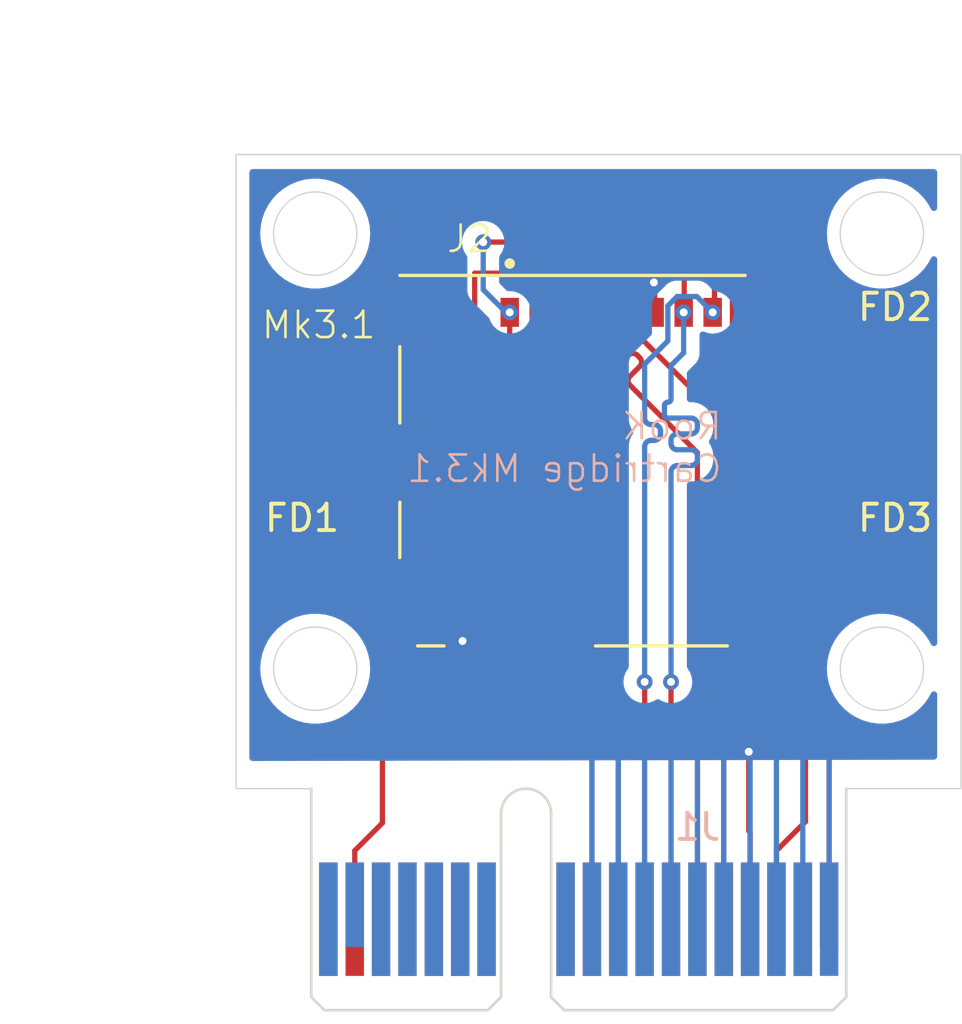
<source format=kicad_pcb>
(kicad_pcb (version 20240108) (generator "pcbnew") (generator_version "8.0")
  (layers (0 "F.Cu" signal) (31 "B.Cu" signal) (34 "B.Paste" user) (35 "F.Paste" user) (36 "B.SilkS" user "B.Silkscreen") (37 "F.SilkS" user "F.Silkscreen") (38 "B.Mask" user) (39 "F.Mask" user) (44 "Edge.Cuts" user))
  (net 0 "")
  (net 1 "SD_DAT3")
  (net 3 "Net-(J1-CARD_PRESENT)")
  (net 8 "SD_DAT1")
  (net 12 "GND")
  (net 17 "SD_DAT0")
  (net 18 "3V3")
  (net 20 "SD_DAT2")
  (net 21 "SD_CLK")
  (net 22 "SD_CMD")
  (footprint "Fiducial:Fiducial_0.5mm_Mask1.5mm" (layer "F.Cu") (at 167 61.5)
    (property "Reference" "FD1" (at 0 -1.7145 0) (layer "F.SilkS"))
    (property "Value" "Fiducial_0.5mm_Mask1.5mm" (hide yes))
    (pad "" smd circle (at 0 0) (size 0.5 0.5) (layers "F.Cu" "F.Mask") (clearance 0.5))
  )
  (footprint "Resistor_SMD:R_0201_0603Metric" (layer "F.Cu") (at 182.65 49.555 -90)
    (property "Reference" "R1" (hide yes))
    (property "Value" "10k" (hide yes))
    (pad "1" smd roundrect (at -0.32 0 270) (size 0.46 0.4) (layers "F.Cu" "F.Mask") (net 18 "3V3"))
    (pad "2" smd roundrect (at 0.32 0 270) (size 0.46 0.4) (layers "F.Cu" "F.Mask") (net 8 "SD_DAT1"))
  )
  (footprint "Resistor_SMD:R_0201_0603Metric" (layer "F.Cu") (at 174.95 49 -90)
    (property "Reference" "R3" (hide yes))
    (property "Value" "10k" (hide yes))
    (pad "1" smd roundrect (at -0.32 0 270) (size 0.46 0.4) (layers "F.Cu" "F.Mask") (net 18 "3V3"))
    (pad "2" smd roundrect (at 0.32 0 270) (size 0.46 0.4) (layers "F.Cu" "F.Mask") (net 20 "SD_DAT2"))
  )
  (footprint "Fiducial:Fiducial_0.5mm_Mask1.5mm" (layer "F.Cu") (at 189.5 53.5)
    (property "Reference" "FD2" (at 0 -1.7145 0) (layer "F.SilkS"))
    (property "Value" "Fiducial_0.5mm_Mask1.5mm" (hide yes))
    (pad "" smd circle (at 0 0) (size 0.5 0.5) (layers "F.Cu" "F.Mask") (clearance 0.5))
  )
  (footprint "Fiducial:Fiducial_0.5mm_Mask1.5mm" (layer "F.Cu") (at 189.5 61.5)
    (property "Reference" "FD3" (at 0 -1.7145 0) (layer "F.SilkS"))
    (property "Value" "Fiducial_0.5mm_Mask1.5mm" (hide yes))
    (pad "" smd circle (at 0 0) (size 0.5 0.5) (layers "F.Cu" "F.Mask") (clearance 0.5))
  )
  (footprint "Resistor_SMD:R_0201_0603Metric" (layer "F.Cu") (at 175.995 49.55 -90)
    (property "Reference" "R5" (hide yes))
    (property "Value" "10k" (hide yes))
    (pad "1" smd roundrect (at -0.32 0 270) (size 0.46 0.4) (layers "F.Cu" "F.Mask") (net 18 "3V3"))
    (pad "2" smd roundrect (at 0.32 0 270) (size 0.46 0.4) (layers "F.Cu" "F.Mask") (net 1 "SD_DAT3"))
  )
  (footprint "Resistor_SMD:R_0201_0603Metric" (layer "F.Cu") (at 181.5 49.55 -90)
    (property "Reference" "R2" (hide yes))
    (property "Value" "10k" (hide yes))
    (pad "1" smd roundrect (at -0.32 0 270) (size 0.46 0.4) (layers "F.Cu" "F.Mask") (net 18 "3V3"))
    (pad "2" smd roundrect (at 0.32 0 270) (size 0.46 0.4) (layers "F.Cu" "F.Mask") (net 17 "SD_DAT0"))
  )
  (footprint "CM4IO:SDCARD_MOLEX_503398-1892" (layer "F.Cu") (at 177.26 57.61)
    (property "Reference" "J2" (at -3.907665 -8.415745 0) (layer "F.SilkS") (effects (font (size 1.000685 1.000685) (thickness 0.1))))
    (property "Value" "Micro_SD_Card")
    (fp_line (start -6.55 -7.025) (end 6.55 -7.025) (stroke (width 0.127)) (layer "F.SilkS"))
    (fp_line (start -6.55 -4.325) (end -6.55 -1.425) (stroke (width 0.127)) (layer "F.SilkS"))
    (fp_line (start -6.55 1.575) (end -6.55 3.675) (stroke (width 0.127)) (layer "F.SilkS"))
    (fp_line (start -5.876 7.025) (end -4.874 7.025) (stroke (width 0.127)) (layer "F.SilkS"))
    (fp_line (start 0.874 7.025) (end 5.876 7.025) (stroke (width 0.127)) (layer "F.SilkS"))
    (fp_circle (center -2.38 -7.475) (end -2.28 -7.475) (stroke (width 0.2)) (fill none) (layer "F.SilkS"))
    (pad "1" smd rect (at -2.38 -5.625) (size 0.7 1.1) (layers "F.Cu" "F.Paste" "F.Mask") (net 20 "SD_DAT2"))
    (pad "2" smd rect (at -1.28 -5.625) (size 0.7 1.1) (layers "F.Cu" "F.Paste" "F.Mask") (net 1 "SD_DAT3"))
    (pad "3" smd rect (at -0.18 -5.625) (size 0.7 1.1) (layers "F.Cu" "F.Paste" "F.Mask") (net 22 "SD_CMD"))
    (pad "4" smd rect (at 0.92 -5.625) (size 0.7 1.1) (layers "F.Cu" "F.Paste" "F.Mask") (net 18 "3V3"))
    (pad "5" smd rect (at 2.02 -5.625) (size 0.7 1.1) (layers "F.Cu" "F.Paste" "F.Mask") (net 21 "SD_CLK"))
    (pad "6" smd rect (at 3.12 -5.625) (size 0.7 1.1) (layers "F.Cu" "F.Paste" "F.Mask") (net 12 "GND"))
    (pad "7" smd rect (at 4.22 -5.625) (size 0.7 1.1) (layers "F.Cu" "F.Paste" "F.Mask") (net 17 "SD_DAT0"))
    (pad "8" smd rect (at 5.32 -5.625) (size 0.7 1.1) (layers "F.Cu" "F.Paste" "F.Mask") (net 8 "SD_DAT1"))
    (pad "9" smd rect (at -4.17 6.84) (size 0.9 0.93) (layers "F.Cu" "F.Paste" "F.Mask") (net 12 "GND"))
    (pad "10" smd rect (at 0.095 6.915) (size 1.05 0.78) (layers "F.Cu" "F.Paste" "F.Mask"))
    (pad "11" smd rect (at -6.48 5.64) (size 0.7 3.33) (layers "F.Cu" "F.Paste" "F.Mask"))
    (pad "11" smd rect (at -6.26 -5.61) (size 1.14 1.83) (layers "F.Cu" "F.Paste" "F.Mask"))
    (pad "11" smd rect (at 6.4 -5.125) (size 0.86 2.8) (layers "F.Cu" "F.Paste" "F.Mask"))
    (pad "11" smd rect (at 6.48 5.64) (size 0.7 3.33) (layers "F.Cu" "F.Paste" "F.Mask"))
  )
  (footprint "Resistor_SMD:R_0201_0603Metric" (layer "F.Cu") (at 177.1 49.555 -90)
    (property "Reference" "R4" (hide yes))
    (property "Value" "10k" (hide yes))
    (pad "1" smd roundrect (at -0.32 0 270) (size 0.46 0.4) (layers "F.Cu" "F.Mask") (net 18 "3V3"))
    (pad "2" smd roundrect (at 0.32 0 270) (size 0.46 0.4) (layers "F.Cu" "F.Mask") (net 22 "SD_CMD"))
  )
  (footprint "Connector_PCBEdge:BUS_PCIexpress_x1" (layer "B.Cu") (at 187 75 180)
    (property "Reference" "J1" (at 5 3.5 0) (layer "B.SilkS") (effects (justify mirror)))
    (property "Value" "CartridgeConnMk1")
    (fp_line (start 19.65 -2.95) (end 19.65 4.95) (stroke (width 0.1)) (layer "Edge.Cuts"))
    (fp_line (start 19.15 -3.45) (end 19.65 -2.95) (stroke (width 0.1)) (layer "Edge.Cuts"))
    (fp_line (start 19.15 -3.45) (end 12.95 -3.45) (stroke (width 0.1)) (layer "Edge.Cuts"))
    (fp_line (start 12.95 -3.45) (end 12.45 -2.95) (stroke (width 0.1)) (layer "Edge.Cuts"))
    (fp_line (start 12.45 -2.95) (end 12.45 4) (stroke (width 0.1)) (layer "Edge.Cuts"))
    (fp_line (start 10.55 -2.95) (end 10.55 4) (stroke (width 0.1)) (layer "Edge.Cuts"))
    (fp_line (start 10.05 -3.45) (end 10.55 -2.95) (stroke (width 0.1)) (layer "Edge.Cuts"))
    (fp_line (start 10.05 -3.45) (end -0.15 -3.45) (stroke (width 0.1)) (layer "Edge.Cuts"))
    (fp_line (start -0.15 -3.45) (end -0.65 -2.95) (stroke (width 0.1)) (layer "Edge.Cuts"))
    (fp_line (start -0.65 -2.95) (end -0.65 4.95) (stroke (width 0.1)) (layer "Edge.Cuts"))
    (fp_arc (start 12.45 4) (mid 11.5 4.95) (end 10.55 4) (stroke (width 0.1)) (layer "Edge.Cuts"))
    (pad "A1" connect rect (at 0 0.55 180) (size 0.7 3.2) (layers "F.Cu" "F.Mask") (net 3 "Net-(J1-CARD_PRESENT)"))
    (pad "A2" connect rect (at 1 0 180) (size 0.7 4.3) (layers "F.Cu" "F.Mask"))
    (pad "A3" connect rect (at 2 0 180) (size 0.7 4.3) (layers "F.Cu" "F.Mask") (net 18 "3V3"))
    (pad "A4" connect rect (at 3 0 180) (size 0.7 4.3) (layers "F.Cu" "F.Mask") (net 12 "GND"))
    (pad "A5" connect rect (at 4 0 180) (size 0.7 4.3) (layers "F.Cu" "F.Mask") (net 21 "SD_CLK"))
    (pad "A6" connect rect (at 5 0 180) (size 0.7 4.3) (layers "F.Cu" "F.Mask") (net 22 "SD_CMD"))
    (pad "A7" connect rect (at 6 0 180) (size 0.7 4.3) (layers "F.Cu" "F.Mask") (net 17 "SD_DAT0"))
    (pad "A8" connect rect (at 7 0 180) (size 0.7 4.3) (layers "F.Cu" "F.Mask") (net 8 "SD_DAT1"))
    (pad "A9" connect rect (at 8 0 180) (size 0.7 4.3) (layers "F.Cu" "F.Mask") (net 20 "SD_DAT2"))
    (pad "A10" connect rect (at 9 0 180) (size 0.7 4.3) (layers "F.Cu" "F.Mask") (net 1 "SD_DAT3"))
    (pad "A11" connect rect (at 10 0 180) (size 0.7 4.3) (layers "F.Cu" "F.Mask"))
    (pad "A12" connect rect (at 13 0 180) (size 0.7 4.3) (layers "F.Cu" "F.Mask"))
    (pad "A13" connect rect (at 14 0 180) (size 0.7 4.3) (layers "F.Cu" "F.Mask"))
    (pad "A14" connect rect (at 15 0 180) (size 0.7 4.3) (layers "F.Cu" "F.Mask"))
    (pad "A15" connect rect (at 16 0 180) (size 0.7 4.3) (layers "F.Cu" "F.Mask"))
    (pad "A16" connect rect (at 17 0 180) (size 0.7 4.3) (layers "F.Cu" "F.Mask"))
    (pad "A17" connect rect (at 18 0 180) (size 0.7 4.3) (layers "F.Cu" "F.Mask") (net 3 "Net-(J1-CARD_PRESENT)"))
    (pad "A18" connect rect (at 19 0 180) (size 0.7 4.3) (layers "F.Cu" "F.Mask"))
    (pad "B1" connect rect (at 0 0 180) (size 0.7 4.3) (layers "B.Cu" "B.Mask") (net 12 "GND"))
    (pad "B2" connect rect (at 1 0 180) (size 0.7 4.3) (layers "B.Cu" "B.Mask") (net 12 "GND"))
    (pad "B3" connect rect (at 2 0 180) (size 0.7 4.3) (layers "B.Cu" "B.Mask") (net 12 "GND"))
    (pad "B4" connect rect (at 3 0 180) (size 0.7 4.3) (layers "B.Cu" "B.Mask") (net 12 "GND"))
    (pad "B5" connect rect (at 4 0 180) (size 0.7 4.3) (layers "B.Cu" "B.Mask") (net 12 "GND"))
    (pad "B6" connect rect (at 5 0 180) (size 0.7 4.3) (layers "B.Cu" "B.Mask") (net 12 "GND"))
    (pad "B7" connect rect (at 6 0 180) (size 0.7 4.3) (layers "B.Cu" "B.Mask") (net 12 "GND"))
    (pad "B8" connect rect (at 7 0 180) (size 0.7 4.3) (layers "B.Cu" "B.Mask") (net 12 "GND"))
    (pad "B9" connect rect (at 8 0 180) (size 0.7 4.3) (layers "B.Cu" "B.Mask") (net 12 "GND"))
    (pad "B10" connect rect (at 9 0 180) (size 0.7 4.3) (layers "B.Cu" "B.Mask") (net 12 "GND"))
    (pad "B11" connect rect (at 10 0 180) (size 0.7 4.3) (layers "B.Cu" "B.Mask"))
    (pad "B12" connect rect (at 13 0 180) (size 0.7 4.3) (layers "B.Cu" "B.Mask"))
    (pad "B13" connect rect (at 14 0 180) (size 0.7 4.3) (layers "B.Cu" "B.Mask"))
    (pad "B14" connect rect (at 15 0 180) (size 0.7 4.3) (layers "B.Cu" "B.Mask"))
    (pad "B15" connect rect (at 16 0 180) (size 0.7 4.3) (layers "B.Cu" "B.Mask"))
    (pad "B16" connect rect (at 17 0 180) (size 0.7 4.3) (layers "B.Cu" "B.Mask"))
    (pad "B17" connect rect (at 18 0.55 180) (size 0.7 3.2) (layers "B.Cu" "B.Mask"))
    (pad "B18" connect rect (at 19 0 180) (size 0.7 4.3) (layers "B.Cu" "B.Mask"))
  )
  (gr_line (start 192 69) (end 192 70.05) (stroke (width 0.05)) (layer "Edge.Cuts"))
  (gr_circle (center 189 65.5) (end 190.58 65.5) (stroke (width 0.05)) (fill none) (layer "Edge.Cuts"))
  (gr_circle (center 167.5 65.5) (end 169.08 65.5) (stroke (width 0.05)) (fill none) (layer "Edge.Cuts"))
  (gr_line (start 192 46) (end 164.5 46) (stroke (width 0.05)) (layer "Edge.Cuts"))
  (gr_line (start 164.5 46) (end 164.499561 70.05) (stroke (width 0.05)) (layer "Edge.Cuts"))
  (gr_circle (center 189 49) (end 190.58 49) (stroke (width 0.05)) (fill none) (layer "Edge.Cuts"))
  (gr_circle (center 167.5 49) (end 169.08 49) (stroke (width 0.05)) (fill none) (layer "Edge.Cuts"))
  (gr_line (start 192 69) (end 192 46) (stroke (width 0.05)) (layer "Edge.Cuts"))
  (gr_line (start 187.65 70.05) (end 192 70.05) (stroke (width 0.05)) (layer "Edge.Cuts"))
  (gr_line (start 167.35 70.05) (end 164.499561 70.05) (stroke (width 0.05)) (layer "Edge.Cuts"))
  (gr_text "RooK\nCartridge Mk3.1" (at 183 58.5 0) (layer "B.SilkS") (effects (font (size 1 1) (thickness 0.1)) (justify left bottom mirror)))
  (gr_text "Mk3.1" (at 165.4 53.05 0) (layer "F.SilkS") (effects (font (size 1 1) (thickness 0.1)) (justify left bottom)))
  (segment (start 175.995 51.97) (end 175.98 51.985) (width 0.2) (layer "F.Cu") (net 1))
  (segment (start 173.48 62.48) (end 173.48 54.273241) (width 0.2) (layer "F.Cu") (net 1))
  (segment (start 175.995 49.87) (end 175.995 51.97) (width 0.2) (layer "F.Cu") (net 1))
  (segment (start 173.55 54.203241) (end 173.55 50.5) (width 0.2) (layer "F.Cu") (net 1))
  (segment (start 173.48 54.273241) (end 173.55 54.203241) (width 0.2) (layer "F.Cu") (net 1))
  (segment (start 175.98 51.235) (end 175.98 51.985) (width 0.2) (layer "F.Cu") (net 1))
  (segment (start 178 74.75) (end 178 67) (width 0.2) (layer "F.Cu") (net 1))
  (segment (start 178 67) (end 173.48 62.48) (width 0.2) (layer "F.Cu") (net 1))
  (segment (start 173.55 50.5) (end 175.245 50.5) (width 0.2) (layer "F.Cu") (net 1))
  (segment (start 175.245 50.5) (end 175.98 51.235) (width 0.2) (layer "F.Cu") (net 1))
  (segment (start 175.834315 47.65) (end 175.884315 47.6) (width 0.2) (layer "F.Cu") (net 3))
  (segment (start 186.5 50.434314) (end 186.5 67.6) (width 0.2) (layer "F.Cu") (net 3))
  (segment (start 183.665686 47.6) (end 186.5 50.434314) (width 0.2) (layer "F.Cu") (net 3))
  (segment (start 175.884315 47.6) (end 183.665686 47.6) (width 0.2) (layer "F.Cu") (net 3))
  (segment (start 187 68.1) (end 187 74.2) (width 0.2) (layer "F.Cu") (net 3))
  (segment (start 186.5 67.6) (end 187 68.1) (width 0.2) (layer "F.Cu") (net 3))
  (segment (start 173.265 47.65) (end 175.834315 47.65) (width 0.2) (layer "F.Cu") (net 3))
  (segment (start 169 74.75) (end 169 72.4) (width 0.2) (layer "F.Cu") (net 3))
  (segment (start 169 72.4) (end 170.05 71.35) (width 0.2) (layer "F.Cu") (net 3))
  (segment (start 170.05 50.865) (end 173.265 47.65) (width 0.2) (layer "F.Cu") (net 3))
  (segment (start 170.05 71.35) (end 170.05 50.865) (width 0.2) (layer "F.Cu") (net 3))
  (segment (start 182.65 51.915) (end 182.58 51.985) (width 0.2) (layer "F.Cu") (net 8))
  (segment (start 180 74.75) (end 180 66) (width 0.2) (layer "F.Cu") (net 8))
  (segment (start 182.65 49.875) (end 182.65 51.915) (width 0.2) (layer "F.Cu") (net 8))
  (via (at 182.58 51.985) (size 0.6) (drill 0.3) (layers "F.Cu" "B.Cu") (net 8))
  (via (at 180 66) (size 0.6) (drill 0.3) (layers "F.Cu" "B.Cu") (net 8))
  (segment (start 181.231471 51.385) (end 180.88 51.736471) (width 0.2) (layer "B.Cu") (net 8))
  (segment (start 180 53.95) (end 180 55.999485) (width 0.2) (layer "B.Cu") (net 8))
  (segment (start 182.58 51.985) (end 181.98 51.385) (width 0.2) (layer "B.Cu") (net 8))
  (segment (start 180 57.199485) (end 180 57.682035) (width 0.2) (layer "B.Cu") (net 8))
  (segment (start 180 57.079485) (end 180 57.199485) (width 0.2) (layer "B.Cu") (net 8))
  (segment (start 180.6 56.479485) (end 180.6 56.599485) (width 0.2) (layer "B.Cu") (net 8))
  (segment (start 180.36 56.839485) (end 180.24 56.839485) (width 0.2) (layer "B.Cu") (net 8))
  (segment (start 180.88 51.736471) (end 180.88 53.07) (width 0.2) (layer "B.Cu") (net 8))
  (segment (start 181.98 51.385) (end 181.231471 51.385) (width 0.2) (layer "B.Cu") (net 8))
  (segment (start 180 57.682035) (end 180 66) (width 0.2) (layer "B.Cu") (net 8))
  (segment (start 180.88 53.07) (end 180 53.95) (width 0.2) (layer "B.Cu") (net 8))
  (segment (start 180.24 56.239485) (end 180.36 56.239485) (width 0.2) (layer "B.Cu") (net 8))
  (arc (start 180.6 56.599485) (mid 180.529706 56.769191) (end 180.36 56.839485) (width 0.2) (layer "B.Cu") (net 8))
  (arc (start 180.36 56.239485) (mid 180.529706 56.309779) (end 180.6 56.479485) (width 0.2) (layer "B.Cu") (net 8))
  (arc (start 180 55.999485) (mid 180.070294 56.169191) (end 180.24 56.239485) (width 0.2) (layer "B.Cu") (net 8))
  (arc (start 180.24 56.839485) (mid 180.070294 56.909779) (end 180 57.079485) (width 0.2) (layer "B.Cu") (net 8))
  (segment (start 173 64.54) (end 173.09 64.45) (width 0.2) (layer "F.Cu") (net 12))
  (segment (start 180.38 51.985) (end 180.38 50.88) (width 0.2) (layer "F.Cu") (net 12))
  (segment (start 183.95 71.65) (end 184 71.7) (width 0.2) (layer "F.Cu") (net 12))
  (segment (start 184 71.7) (end 184 74.75) (width 0.2) (layer "F.Cu") (net 12))
  (segment (start 183.95 68.65) (end 183.95 71.65) (width 0.2) (layer "F.Cu") (net 12))
  (segment (start 180.38 50.88) (end 180.35 50.85) (width 0.2) (layer "F.Cu") (net 12))
  (via (at 173.09 64.45) (size 0.6) (drill 0.3) (layers "F.Cu" "B.Cu") (net 12))
  (via (at 180.35 50.85) (size 0.6) (drill 0.3) (layers "F.Cu" "B.Cu") (net 12))
  (via (at 183.95 68.65) (size 0.6) (drill 0.3) (layers "F.Cu" "B.Cu") (net 12))
  (segment (start 181 75) (end 181 68.6) (width 0.2) (layer "B.Cu") (net 12))
  (segment (start 186 75) (end 186 68.6) (width 0.2) (layer "B.Cu") (net 12))
  (segment (start 182 75) (end 182 68.6) (width 0.2) (layer "B.Cu") (net 12))
  (segment (start 185 75) (end 185 68.6) (width 0.2) (layer "B.Cu") (net 12))
  (segment (start 179 75) (end 179 68.6) (width 0.2) (layer "B.Cu") (net 12))
  (segment (start 180 75) (end 180 68.6) (width 0.2) (layer "B.Cu") (net 12))
  (segment (start 178 75) (end 178 68.6) (width 0.2) (layer "B.Cu") (net 12))
  (segment (start 183 75) (end 183 68.6) (width 0.2) (layer "B.Cu") (net 12))
  (segment (start 184 75) (end 184 68.6) (width 0.2) (layer "B.Cu") (net 12))
  (segment (start 187 75) (end 187 68.6) (width 0.2) (layer "B.Cu") (net 12))
  (segment (start 181.5 51.965) (end 181.48 51.985) (width 0.2) (layer "F.Cu") (net 17))
  (segment (start 181 74.75) (end 181 66) (width 0.2) (layer "F.Cu") (net 17))
  (segment (start 181.5 49.87) (end 181.5 51.965) (width 0.2) (layer "F.Cu") (net 17))
  (via (at 181.48 51.985) (size 0.6) (drill 0.3) (layers "F.Cu" "B.Cu") (net 17))
  (via (at 181 66) (size 0.6) (drill 0.3) (layers "F.Cu" "B.Cu") (net 17))
  (segment (start 181 56.83538) (end 181 56.95538) (width 0.2) (layer "B.Cu") (net 17))
  (segment (start 181 58.242885) (end 181 66) (width 0.2) (layer "B.Cu") (net 17))
  (segment (start 181.48 53.52) (end 181 54) (width 0.2) (layer "B.Cu") (net 17))
  (segment (start 181 58.03538) (end 181 58.15538) (width 0.2) (layer "B.Cu") (net 17))
  (segment (start 181.24 57.19538) (end 181.76 57.19538) (width 0.2) (layer "B.Cu") (net 17))
  (segment (start 180.75 55.52038) (end 180.75 55.87038) (width 0.2) (layer "B.Cu") (net 17))
  (segment (start 181 54) (end 181 55.27038) (width 0.2) (layer "B.Cu") (net 17))
  (segment (start 181 55.99538) (end 181.24 55.99538) (width 0.2) (layer "B.Cu") (net 17))
  (segment (start 182 57.43538) (end 182 57.55538) (width 0.2) (layer "B.Cu") (net 17))
  (segment (start 180.875 55.99538) (end 181 55.99538) (width 0.2) (layer "B.Cu") (net 17))
  (segment (start 181 58.15538) (end 181 58.242885) (width 0.2) (layer "B.Cu") (net 17))
  (segment (start 181.76 56.59538) (end 181.24 56.59538) (width 0.2) (layer "B.Cu") (net 17))
  (segment (start 181.76 57.79538) (end 181.24 57.79538) (width 0.2) (layer "B.Cu") (net 17))
  (segment (start 181.24 55.99538) (end 181.76 55.99538) (width 0.2) (layer "B.Cu") (net 17))
  (segment (start 181.48 51.985) (end 181.48 53.52) (width 0.2) (layer "B.Cu") (net 17))
  (segment (start 182 56.23538) (end 182 56.35538) (width 0.2) (layer "B.Cu") (net 17))
  (arc (start 180.875 55.39538) (mid 180.786612 55.431992) (end 180.75 55.52038) (width 0.2) (layer "B.Cu") (net 17))
  (arc (start 181 55.27038) (mid 180.963388 55.358768) (end 180.875 55.39538) (width 0.2) (layer "B.Cu") (net 17))
  (arc (start 181.76 55.99538) (mid 181.929706 56.065674) (end 182 56.23538) (width 0.2) (layer "B.Cu") (net 17))
  (arc (start 181.24 57.79538) (mid 181.070294 57.865674) (end 181 58.03538) (width 0.2) (layer "B.Cu") (net 17))
  (arc (start 180.75 55.87038) (mid 180.786612 55.958768) (end 180.875 55.99538) (width 0.2) (layer "B.Cu") (net 17))
  (arc (start 182 57.55538) (mid 181.929706 57.725086) (end 181.76 57.79538) (width 0.2) (layer "B.Cu") (net 17))
  (arc (start 181.24 56.59538) (mid 181.070294 56.665674) (end 181 56.83538) (width 0.2) (layer "B.Cu") (net 17))
  (arc (start 181 56.95538) (mid 181.070294 57.125086) (end 181.24 57.19538) (width 0.2) (layer "B.Cu") (net 17))
  (arc (start 181.76 57.19538) (mid 181.929706 57.265674) (end 182 57.43538) (width 0.2) (layer "B.Cu") (net 17))
  (arc (start 182 56.35538) (mid 181.929706 56.525086) (end 181.76 56.59538) (width 0.2) (layer "B.Cu") (net 17))
  (segment (start 185 74.75) (end 185 72.4) (width 0.2) (layer "F.Cu") (net 18))
  (segment (start 182.65 48) (end 181.415 48) (width 0.2) (layer "F.Cu") (net 18))
  (segment (start 175.995 49.155) (end 176.5 48.65) (width 0.2) (layer "F.Cu") (net 18))
  (segment (start 186.1 50.6) (end 183.5 48) (width 0.2) (layer "F.Cu") (net 18))
  (segment (start 176.5 48.65) (end 180.765 48.65) (width 0.2) (layer "F.Cu") (net 18))
  (segment (start 174.95 48.68) (end 176.47 48.68) (width 0.2) (layer "F.Cu") (net 18))
  (segment (start 176.47 48.68) (end 176.5 48.65) (width 0.2) (layer "F.Cu") (net 18))
  (segment (start 181.5 49.23) (end 181.5 48.085) (width 0.2) (layer "F.Cu") (net 18))
  (segment (start 186.1 71.3) (end 186.1 50.6) (width 0.2) (layer "F.Cu") (net 18))
  (segment (start 181.5 48.085) (end 181.415 48) (width 0.2) (layer "F.Cu") (net 18))
  (segment (start 185 72.4) (end 186.1 71.3) (width 0.2) (layer "F.Cu") (net 18))
  (segment (start 180.7825 48.6325) (end 180.1825 49.2325) (width 0.2) (layer "F.Cu") (net 18))
  (segment (start 182.65 49.235) (end 182.65 48) (width 0.2) (layer "F.Cu") (net 18))
  (segment (start 175.995 49.23) (end 175.995 49.155) (width 0.2) (layer "F.Cu") (net 18))
  (segment (start 181.415 48) (end 180.7825 48.6325) (width 0.2) (layer "F.Cu") (net 18))
  (segment (start 178.18 51.235) (end 178.18 51.985) (width 0.2) (layer "F.Cu") (net 18))
  (segment (start 183.5 48) (end 182.65 48) (width 0.2) (layer "F.Cu") (net 18))
  (segment (start 180.765 48.65) (end 180.7825 48.6325) (width 0.2) (layer "F.Cu") (net 18))
  (segment (start 177.1 49.235) (end 180.18 49.235) (width 0.2) (layer "F.Cu") (net 18))
  (segment (start 180.18 49.235) (end 180.1825 49.2325) (width 0.2) (layer "F.Cu") (net 18))
  (segment (start 180.1825 49.2325) (end 178.18 51.235) (width 0.2) (layer "F.Cu") (net 18))
  (segment (start 174.88 56.613418) (end 174.88 60.535) (width 0.2) (layer "F.Cu") (net 20))
  (segment (start 175.12 54.274589) (end 174.88 54.274589) (width 0.2) (layer "F.Cu") (net 20))
  (segment (start 174.88 54.874589) (end 175.12 54.874589) (width 0.2) (layer "F.Cu") (net 20))
  (segment (start 173.88 49.32) (end 173.875 49.325) (width 0.2) (layer "F.Cu") (net 20))
  (segment (start 175.64 54.274589) (end 175.12 54.274589) (width 0.2) (layer "F.Cu") (net 20))
  (segment (start 174.95 49.32) (end 173.88 49.32) (width 0.2) (layer "F.Cu") (net 20))
  (segment (start 175.12 54.874589) (end 175.64 54.874589) (width 0.2) (layer "F.Cu") (net 20))
  (segment (start 174.88 55.714589) (end 174.88 55.834589) (width 0.2) (layer "F.Cu") (net 20))
  (segment (start 174.88 55.834589) (end 174.88 56.613418) (width 0.2) (layer "F.Cu") (net 20))
  (segment (start 174.12 54.874589) (end 174.88 54.874589) (width 0.2) (layer "F.Cu") (net 20))
  (segment (start 175.88 53.914589) (end 175.88 54.034589) (width 0.2) (layer "F.Cu") (net 20))
  (segment (start 175.12 53.674589) (end 175.64 53.674589) (width 0.2) (layer "F.Cu") (net 20))
  (segment (start 173.875 49.325) (end 173.85 49.35) (width 0.2) (layer "F.Cu") (net 20))
  (segment (start 175.88 55.114589) (end 175.88 55.234589) (width 0.2) (layer "F.Cu") (net 20))
  (segment (start 174.88 54.274589) (end 174.12 54.274589) (width 0.2) (layer "F.Cu") (net 20))
  (segment (start 173.88 54.514589) (end 173.88 54.634589) (width 0.2) (layer "F.Cu") (net 20))
  (segment (start 174.88 51.985) (end 174.88 53.434589) (width 0.2) (layer "F.Cu") (net 20))
  (segment (start 174.88 60.535) (end 179 64.655) (width 0.2) (layer "F.Cu") (net 20))
  (segment (start 175.64 55.474589) (end 175.12 55.474589) (width 0.2) (layer "F.Cu") (net 20))
  (segment (start 179 64.655) (end 179 74.75) (width 0.2) (layer "F.Cu") (net 20))
  (via (at 173.875 49.325) (size 0.6) (drill 0.3) (layers "F.Cu" "B.Cu") (net 20))
  (via (at 174.88 51.985) (size 0.6) (drill 0.3) (layers "F.Cu" "B.Cu") (net 20))
  (arc (start 175.88 54.034589) (mid 175.809706 54.204295) (end 175.64 54.274589) (width 0.2) (layer "F.Cu") (net 20))
  (arc (start 174.12 54.274589) (mid 173.950294 54.344883) (end 173.88 54.514589) (width 0.2) (layer "F.Cu") (net 20))
  (arc (start 175.12 55.474589) (mid 174.950294 55.544883) (end 174.88 55.714589) (width 0.2) (layer "F.Cu") (net 20))
  (arc (start 173.88 54.634589) (mid 173.950294 54.804295) (end 174.12 54.874589) (width 0.2) (layer "F.Cu") (net 20))
  (arc (start 175.64 53.674589) (mid 175.809706 53.744883) (end 175.88 53.914589) (width 0.2) (layer "F.Cu") (net 20))
  (arc (start 175.88 55.234589) (mid 175.809706 55.404295) (end 175.64 55.474589) (width 0.2) (layer "F.Cu") (net 20))
  (arc (start 174.88 53.434589) (mid 174.950294 53.604295) (end 175.12 53.674589) (width 0.2) (layer "F.Cu") (net 20))
  (arc (start 175.64 54.874589) (mid 175.809706 54.944883) (end 175.88 55.114589) (width 0.2) (layer "F.Cu") (net 20))
  (segment (start 173.875 49.325) (end 173.875 51.125) (width 0.2) (layer "B.Cu") (net 20))
  (segment (start 173.875 51.125) (end 174.735 51.985) (width 0.2) (layer "B.Cu") (net 20))
  (segment (start 174.735 51.985) (end 174.88 51.985) (width 0.2) (layer "B.Cu") (net 20))
  (segment (start 183 56.105) (end 179.28 52.385) (width 0.2) (layer "F.Cu") (net 21))
  (segment (start 183 57.668353) (end 183 56.105) (width 0.2) (layer "F.Cu") (net 21))
  (segment (start 183 58.352137) (end 183 57.668353) (width 0.2) (layer "F.Cu") (net 21))
  (segment (start 183.24 59.312137) (end 183.76 59.312137) (width 0.2) (layer "F.Cu") (net 21))
  (segment (start 179.28 52.385) (end 179.28 51.985) (width 0.2) (layer "F.Cu") (net 21))
  (segment (start 183 59.312137) (end 183.24 59.312137) (width 0.2) (layer "F.Cu") (net 21))
  (segment (start 183 59.912137) (end 182.64 59.912137) (width 0.2) (layer "F.Cu") (net 21))
  (segment (start 184 60.272137) (end 184 60.152137) (width 0.2) (layer "F.Cu") (net 21))
  (segment (start 183.76 58.712137) (end 183.24 58.712137) (width 0.2) (layer "F.Cu") (net 21))
  (segment (start 183 58.472137) (end 183 58.352137) (width 0.2) (layer "F.Cu") (net 21))
  (segment (start 184 59.072137) (end 184 58.952137) (width 0.2) (layer "F.Cu") (net 21))
  (segment (start 182.64 59.312137) (end 183 59.312137) (width 0.2) (layer "F.Cu") (net 21))
  (segment (start 182.64 60.512137) (end 182.76 60.512137) (width 0.2) (layer "F.Cu") (net 21))
  (segment (start 183.76 59.912137) (end 183 59.912137) (width 0.2) (layer "F.Cu") (net 21))
  (segment (start 182.4 60.872137) (end 182.4 60.752137) (width 0.2) (layer "F.Cu") (net 21))
  (segment (start 182.4 59.672137) (end 182.4 59.552137) (width 0.2) (layer "F.Cu") (net 21))
  (segment (start 183 74.75) (end 183 61.352137) (width 0.2) (layer "F.Cu") (net 21))
  (segment (start 182.76 60.512137) (end 183 60.512137) (width 0.2) (layer "F.Cu") (net 21))
  (segment (start 183 60.512137) (end 183.76 60.512137) (width 0.2) (layer "F.Cu") (net 21))
  (segment (start 182.76 61.112137) (end 182.64 61.112137) (width 0.2) (layer "F.Cu") (net 21))
  (arc (start 183.76 60.512137) (mid 183.929706 60.441843) (end 184 60.272137) (width 0.2) (layer "F.Cu") (net 21))
  (arc (start 183.76 59.312137) (mid 183.929706 59.241843) (end 184 59.072137) (width 0.2) (layer "F.Cu") (net 21))
  (arc (start 182.4 59.552137) (mid 182.470294 59.382431) (end 182.64 59.312137) (width 0.2) (layer "F.Cu") (net 21))
  (arc (start 182.64 59.912137) (mid 182.470294 59.841843) (end 182.4 59.672137) (width 0.2) (layer "F.Cu") (net 21))
  (arc (start 183 61.352137) (mid 182.929706 61.182431) (end 182.76 61.112137) (width 0.2) (layer "F.Cu") (net 21))
  (arc (start 182.4 60.752137) (mid 182.470294 60.582431) (end 182.64 60.512137) (width 0.2) (layer "F.Cu") (net 21))
  (arc (start 184 60.152137) (mid 183.929706 59.982431) (end 183.76 59.912137) (width 0.2) (layer "F.Cu") (net 21))
  (arc (start 184 58.952137) (mid 183.929706 58.782431) (end 183.76 58.712137) (width 0.2) (layer "F.Cu") (net 21))
  (arc (start 182.64 61.112137) (mid 182.470294 61.041843) (end 182.4 60.872137) (width 0.2) (layer "F.Cu") (net 21))
  (arc (start 183.24 58.712137) (mid 183.070294 58.641843) (end 183 58.472137) (width 0.2) (layer "F.Cu") (net 21))
  (segment (start 177.1 49.875) (end 177.1 51.965) (width 0.2) (layer "F.Cu") (net 22))
  (segment (start 178.848843 54.153842) (end 178.848843 54.153843) (width 0.2) (layer "F.Cu") (net 22))
  (segment (start 177.1 51.965) (end 177.08 51.985) (width 0.2) (layer "F.Cu") (net 22))
  (segment (start 182 57.305) (end 182 74.75) (width 0.2) (layer "F.Cu") (net 22))
  (segment (start 180.031403 55.336403) (end 182 57.305) (width 0.2) (layer "F.Cu") (net 22))
  (segment (start 178.170024 53.135613) (end 178.396297 52.909337) (width 0.2) (layer "F.Cu") (net 22))
  (segment (start 178.735709 52.909338) (end 178.820561 52.99419) (width 0.2) (layer "F.Cu") (net 22))
  (segment (start 178.594285 53.559875) (end 178.42458 53.72958) (width 0.2) (layer "F.Cu") (net 22))
  (segment (start 179.725655 53.616441) (end 179.810507 53.701293) (width 0.2) (layer "F.Cu") (net 22))
  (segment (start 178.42458 53.72958) (end 177.887178 54.266981) (width 0.2) (layer "F.Cu") (net 22))
  (segment (start 178.848843 54.153843) (end 179.018547 53.984136) (width 0.2) (layer "F.Cu") (net 22))
  (segment (start 178.820561 53.333602) (end 178.594285 53.559875) (width 0.2) (layer "F.Cu") (net 22))
  (segment (start 179.527665 54.832665) (end 180.031403 55.336403) (width 0.2) (layer "F.Cu") (net 22))
  (segment (start 179.810507 54.040705) (end 179.442812 54.408401) (width 0.2) (layer "F.Cu") (net 22))
  (segment (start 178.311442 54.691244) (end 178.848843 54.153842) (width 0.2) (layer "F.Cu") (net 22))
  (segment (start 179.442811 54.747811) (end 179.527665 54.832665) (width 0.2) (layer "F.Cu") (net 22))
  (segment (start 177.08 51.985) (end 177.08 52.385) (width 0.2) (layer "F.Cu") (net 22))
  (segment (start 177.887178 54.606392) (end 177.97203 54.691244) (width 0.2) (layer "F.Cu") (net 22))
  (segment (start 179.018547 53.984136) (end 179.386243 53.61644) (width 0.2) (layer "F.Cu") (net 22))
  (segment (start 177.08 52.385) (end 177.830612 53.135612) (width 0.2) (layer "F.Cu") (net 22))
  (arc (start 177.887178 54.266981) (mid 177.816884 54.436686) (end 177.887178 54.606392) (width 0.2) (layer "F.Cu") (net 22))
  (arc (start 177.830612 53.135612) (mid 178.000318 53.205906) (end 178.170024 53.135613) (width 0.2) (layer "F.Cu") (net 22))
  (arc (start 179.386243 53.61644) (mid 179.555949 53.546147) (end 179.725655 53.616441) (width 0.2) (layer "F.Cu") (net 22))
  (arc (start 179.810507 53.701293) (mid 179.880803 53.871) (end 179.810507 54.040705) (width 0.2) (layer "F.Cu") (net 22))
  (arc (start 177.97203 54.691244) (mid 178.141736 54.761539) (end 178.311442 54.691244) (width 0.2) (layer "F.Cu") (net 22))
  (arc (start 178.820561 52.99419) (mid 178.890855 53.163895) (end 178.820561 53.333602) (width 0.2) (layer "F.Cu") (net 22))
  (arc (start 179.442812 54.408401) (mid 179.372517 54.578105) (end 179.442811 54.747811) (width 0.2) (layer "F.Cu") (net 22))
  (arc (start 178.396297 52.909337) (mid 178.566003 52.839044) (end 178.735709 52.909338) (width 0.2) (layer "F.Cu") (net 22))
  (zone (net 12) (net_name "GND") (layer "B.Cu") (connect_pads (clearance 0.5)) (min_thickness 0.25) (fill yes (thermal_gap 0.5) (thermal_bridge_width 0.5))
    (polygon (pts (xy 165 46.55) (xy 165 69) (xy 191.1 68.95) (xy 191.1 46.55)))
  )
)
</source>
